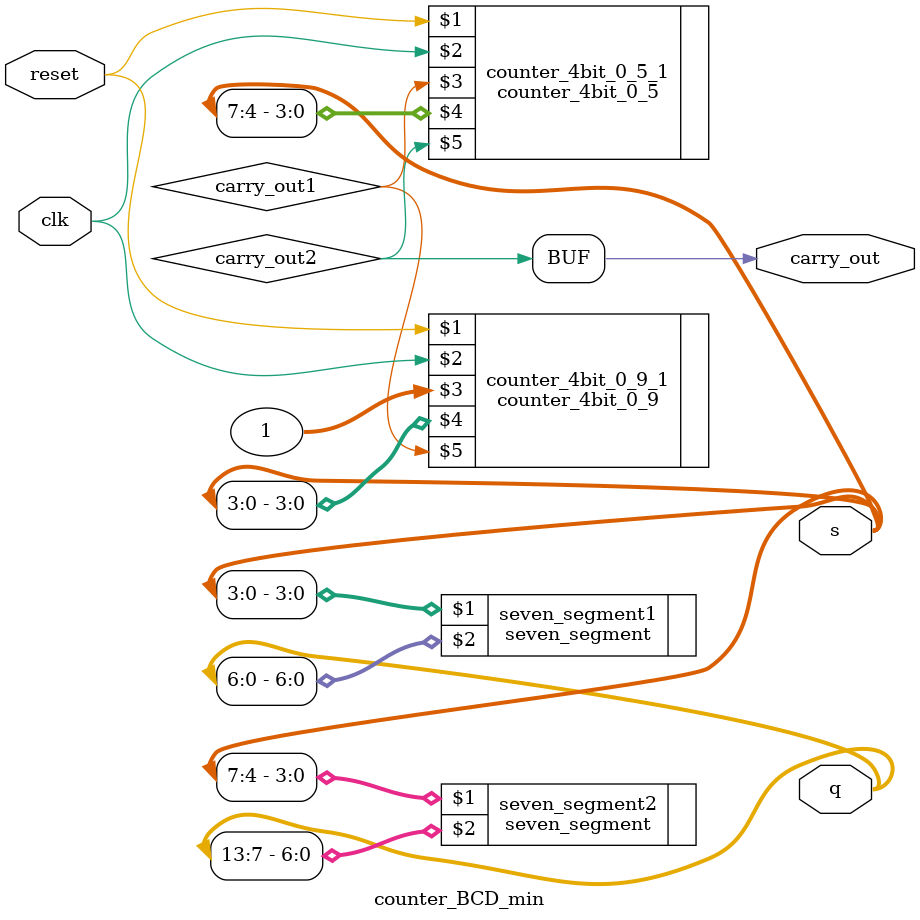
<source format=sv>
`timescale 1ns/10ps
module counter_BCD_min(
	input reset,					//重置
	input clk,						//時脈
	output logic [13:0] q,	   //輸出
	output logic [7:0] s,       //輸出16進位，方便debug <ex>1001,0001 -> 91
	output logic carry_out
);

logic carry_out1,carry_out2;

//計數器，負責個位數，每次都要+1所以carry_in的位置放1，得到的值存在s[3:0]裡，進位放在carry_out1
counter_4bit_0_9 counter_4bit_0_9_1(reset, clk,          1, s[3:0], carry_out1);

//計數器，負責十位數，只有個位數有進位時才要+1,所以carry_in的位置放carry_out1，得到的值存在s[7:4]裡，進位放在carry_out2
counter_4bit_0_5 counter_4bit_0_5_1(reset, clk, carry_out1, s[7:4], carry_out2);

//個位數的七段顯示器，將s[3:0]轉成七段顯示
seven_segment seven_segment1(s[3:0],q[6:0]); 

//個位數的七段顯示器，將s[7:4]轉成七段顯示
seven_segment seven_segment2(s[7:4],q[13:7]);

assign carry_out = carry_out2;
	
endmodule

</source>
